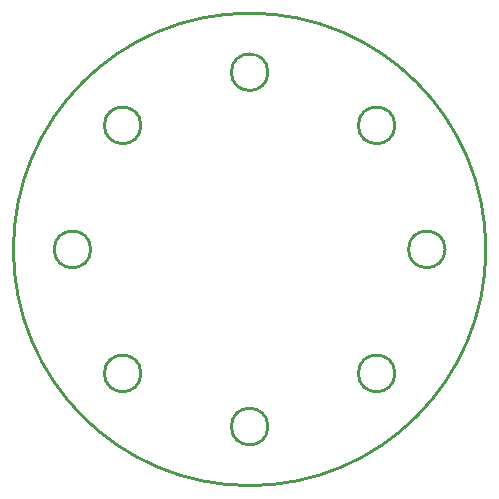
<source format=gm1>
G04*
G04 #@! TF.GenerationSoftware,Altium Limited,Altium Designer,18.0.9 (584)*
G04*
G04 Layer_Color=16711935*
%FSLAX43Y43*%
%MOMM*%
G71*
G01*
G75*
%ADD10C,0.254*%
D10*
X6550Y0D02*
G03*
X6550Y0I-1550J0D01*
G01*
X10800Y10500D02*
G03*
X10800Y10500I-1550J0D01*
G01*
X21550Y15000D02*
G03*
X21550Y15000I-1550J0D01*
G01*
X32300Y10500D02*
G03*
X32300Y10500I-1550J0D01*
G01*
X36550Y0D02*
G03*
X36550Y0I-1550J0D01*
G01*
X32300Y-10500D02*
G03*
X32300Y-10500I-1550J0D01*
G01*
X21550Y-15000D02*
G03*
X21550Y-15000I-1550J0D01*
G01*
X10800Y-10500D02*
G03*
X10800Y-10500I-1550J0D01*
G01*
X40000Y0D02*
G03*
X40000Y0I-20000J0D01*
G01*
M02*

</source>
